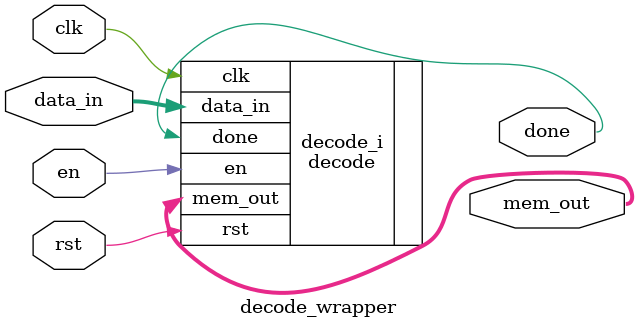
<source format=v>
`timescale 1 ps / 1 ps

module decode_wrapper
   (clk,
    data_in,
    done,
    en,
    mem_out,
    rst);
  input clk;
  input [15:0]data_in;
  output done;
  input en;
  output [7:0]mem_out;
  input rst;

  wire clk;
  wire [15:0]data_in;
  wire done;
  wire en;
  wire [7:0]mem_out;
  wire rst;

  decode decode_i
       (.clk(clk),
        .data_in(data_in),
        .done(done),
        .en(en),
        .mem_out(mem_out),
        .rst(rst));
endmodule

</source>
